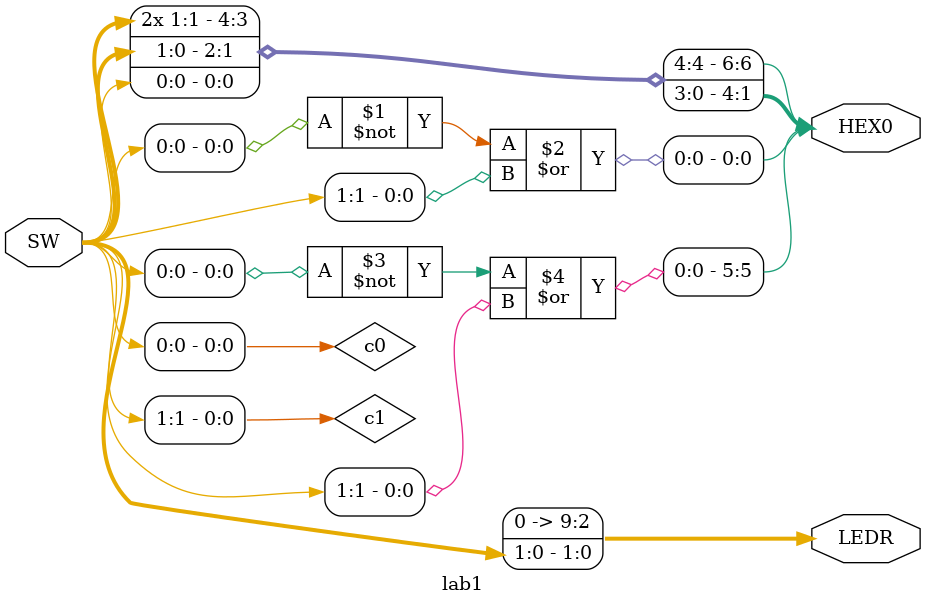
<source format=v>
module lab1 (SW, LEDR, HEX0);
	input [1:0] SW; // toggle switches
	output [9:0] LEDR; // red LEDs
	output [6:0] HEX0; // 7-seg display
	
	wire c1 = SW[1];
	wire c0 = SW[0]; 
	
	assign HEX0[0] = ~c0 | c1;
	assign HEX0[1] = c0;
	assign HEX0[2] = c0;
	assign HEX0[3] = c1;
	assign HEX0[4] = c1;
	assign HEX0[5] = ~c0 | c1;
	assign HEX0[6] = c1;
	
	assign LEDR[1] = c1;
	assign LEDR[0] = c0;
	assign LEDR[9:2] = 0;
endmodule

</source>
